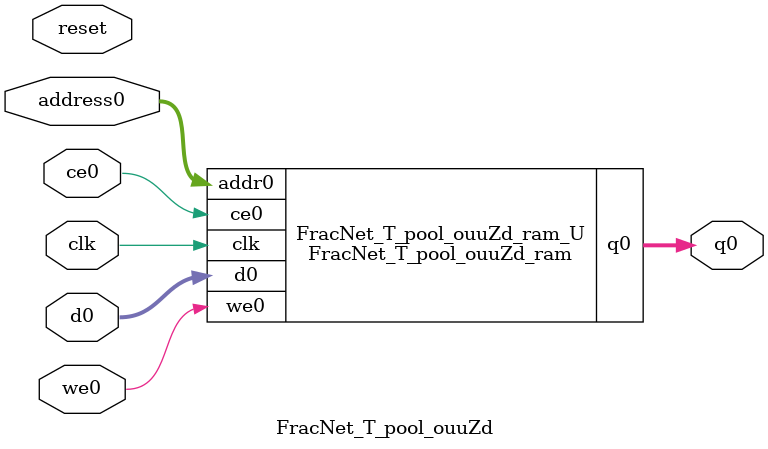
<source format=v>
`timescale 1 ns / 1 ps
module FracNet_T_pool_ouuZd_ram (addr0, ce0, d0, we0, q0,  clk);

parameter DWIDTH = 24;
parameter AWIDTH = 6;
parameter MEM_SIZE = 64;

input[AWIDTH-1:0] addr0;
input ce0;
input[DWIDTH-1:0] d0;
input we0;
output reg[DWIDTH-1:0] q0;
input clk;

(* ram_style = "block" *)reg [DWIDTH-1:0] ram[0:MEM_SIZE-1];




always @(posedge clk)  
begin 
    if (ce0) begin
        if (we0) 
            ram[addr0] <= d0; 
        q0 <= ram[addr0];
    end
end


endmodule

`timescale 1 ns / 1 ps
module FracNet_T_pool_ouuZd(
    reset,
    clk,
    address0,
    ce0,
    we0,
    d0,
    q0);

parameter DataWidth = 32'd24;
parameter AddressRange = 32'd64;
parameter AddressWidth = 32'd6;
input reset;
input clk;
input[AddressWidth - 1:0] address0;
input ce0;
input we0;
input[DataWidth - 1:0] d0;
output[DataWidth - 1:0] q0;



FracNet_T_pool_ouuZd_ram FracNet_T_pool_ouuZd_ram_U(
    .clk( clk ),
    .addr0( address0 ),
    .ce0( ce0 ),
    .we0( we0 ),
    .d0( d0 ),
    .q0( q0 ));

endmodule


</source>
